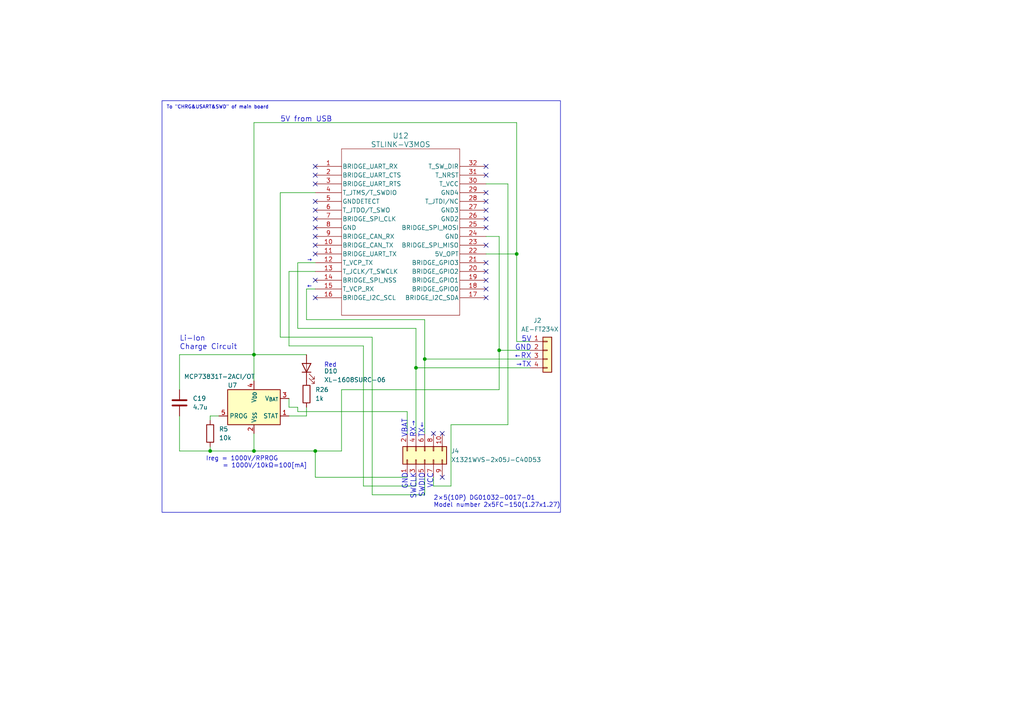
<source format=kicad_sch>
(kicad_sch (version 20231120) (generator "eeschema") (generator_version "8.0")
  (paper "A4")
  (lib_symbols
    (symbol "Battery_Management:MCP73831-2-OT"
      (property "Reference" "U" (at -7.62 6.35 0))
      (property "Value" "MCP73831-2-OT" (at 1.27 6.35 0))
      (symbol "MCP73831-2-OT_0_1"
        (rectangle (start -7.62 5.08) (end 7.62 -5.08) (stroke (width 0.254)) (fill (type background)))
      )
      (symbol "MCP73831-2-OT_1_1"
        (pin tri_state line (at 10.16 -2.54 180) (length 2.54) (name "STAT") (number "1"))
        (pin power_in line (at 0 -7.62 90) (length 2.54) (name "V_{SS}") (number "2"))
        (pin power_out line (at 10.16 2.54 180) (length 2.54) (name "V_{BAT}") (number "3"))
        (pin power_in line (at 0 7.62 270) (length 2.54) (name "V_{DD}") (number "4"))
        (pin input line (at -10.16 -2.54 0) (length 2.54) (name "PROG") (number "5"))
      )
    )
    (symbol "Connector_Generic:Conn_01x04" (pin_names (offset 1.016) hide)
      (property "Reference" "J" (at 0 5.08 0))
      (property "Value" "Conn_01x04" (at 0 -7.62 0))
      (symbol "Conn_01x04_1_1"
        (rectangle (start -1.27 -4.953) (end 0 -5.207) (stroke (width 0.1524)))
        (rectangle (start -1.27 -2.413) (end 0 -2.667) (stroke (width 0.1524)))
        (rectangle (start -1.27 0.127) (end 0 -0.127) (stroke (width 0.1524)))
        (rectangle (start -1.27 2.667) (end 0 2.413) (stroke (width 0.1524)))
        (rectangle (start -1.27 3.81) (end 1.27 -6.35) (stroke (width 0.254)) (fill (type background)))
        (pin passive line (at -5.08 2.54 0) (length 3.81) (name "Pin_1") (number "1"))
        (pin passive line (at -5.08 0 0) (length 3.81) (name "Pin_2") (number "2"))
        (pin passive line (at -5.08 -2.54 0) (length 3.81) (name "Pin_3") (number "3"))
        (pin passive line (at -5.08 -5.08 0) (length 3.81) (name "Pin_4") (number "4"))
      )
    )
    (symbol "Connector_Generic:Conn_02x05_Odd_Even" (pin_names (offset 1.016) hide)
      (property "Reference" "J" (at 1.27 7.62 0))
      (property "Value" "Conn_02x05_Odd_Even" (at 1.27 -7.62 0))
      (symbol "Conn_02x05_Odd_Even_1_1"
        (rectangle (start -1.27 -4.953) (end 0 -5.207) (stroke (width 0.1524)))
        (rectangle (start -1.27 -2.413) (end 0 -2.667) (stroke (width 0.1524)))
        (rectangle (start -1.27 0.127) (end 0 -0.127) (stroke (width 0.1524)))
        (rectangle (start -1.27 2.667) (end 0 2.413) (stroke (width 0.1524)))
        (rectangle (start -1.27 5.207) (end 0 4.953) (stroke (width 0.1524)))
        (rectangle (start -1.27 6.35) (end 3.81 -6.35) (stroke (width 0.254)) (fill (type background)))
        (rectangle (start 3.81 -4.953) (end 2.54 -5.207) (stroke (width 0.1524)))
        (rectangle (start 3.81 -2.413) (end 2.54 -2.667) (stroke (width 0.1524)))
        (rectangle (start 3.81 0.127) (end 2.54 -0.127) (stroke (width 0.1524)))
        (rectangle (start 3.81 2.667) (end 2.54 2.413) (stroke (width 0.1524)))
        (rectangle (start 3.81 5.207) (end 2.54 4.953) (stroke (width 0.1524)))
        (pin passive line (at -5.08 5.08 0) (length 3.81) (name "Pin_1") (number "1"))
        (pin passive line (at 7.62 -5.08 180) (length 3.81) (name "Pin_10") (number "10"))
        (pin passive line (at 7.62 5.08 180) (length 3.81) (name "Pin_2") (number "2"))
        (pin passive line (at -5.08 2.54 0) (length 3.81) (name "Pin_3") (number "3"))
        (pin passive line (at 7.62 2.54 180) (length 3.81) (name "Pin_4") (number "4"))
        (pin passive line (at -5.08 0 0) (length 3.81) (name "Pin_5") (number "5"))
        (pin passive line (at 7.62 0 180) (length 3.81) (name "Pin_6") (number "6"))
        (pin passive line (at -5.08 -2.54 0) (length 3.81) (name "Pin_7") (number "7"))
        (pin passive line (at 7.62 -2.54 180) (length 3.81) (name "Pin_8") (number "8"))
        (pin passive line (at -5.08 -5.08 0) (length 3.81) (name "Pin_9") (number "9"))
      )
    )
    (symbol "Device:C" (pin_numbers hide) (pin_names (offset 0.254))
      (property "Reference" "C" (at 0.635 2.54 0))
      (property "Value" "C" (at 0.635 -2.54 0))
      (symbol "C_0_1"
        (polyline (pts (xy -2.032 -0.762) (xy 2.032 -0.762)) (stroke (width 0.508)))
        (polyline (pts (xy -2.032 0.762) (xy 2.032 0.762)) (stroke (width 0.508)))
      )
      (symbol "C_1_1"
        (pin passive line (at 0 3.81 270) (length 2.794) (name "~") (number "1"))
        (pin passive line (at 0 -3.81 90) (length 2.794) (name "~") (number "2"))
      )
    )
    (symbol "Device:LED" (pin_numbers hide) (pin_names (offset 1.016) hide)
      (property "Reference" "D" (at 0 2.54 0))
      (property "Value" "LED" (at 0 -2.54 0))
      (symbol "LED_0_1"
        (polyline (pts (xy -1.27 -1.27) (xy -1.27 1.27)) (stroke (width 0.254)))
        (polyline (pts (xy -1.27 0) (xy 1.27 0)))
        (polyline (pts (xy 1.27 -1.27) (xy 1.27 1.27) (xy -1.27 0) (xy 1.27 -1.27)) (stroke (width 0.254)))
        (polyline (pts (xy -3.048 -0.762) (xy -4.572 -2.286) (xy -3.81 -2.286) (xy -4.572 -2.286) (xy -4.572 -1.524)))
        (polyline (pts (xy -1.778 -0.762) (xy -3.302 -2.286) (xy -2.54 -2.286) (xy -3.302 -2.286) (xy -3.302 -1.524)))
      )
      (symbol "LED_1_1"
        (pin passive line (at -3.81 0 0) (length 2.54) (name "K") (number "1"))
        (pin passive line (at 3.81 0 180) (length 2.54) (name "A") (number "2"))
      )
    )
    (symbol "Device:R" (pin_numbers hide) (pin_names (offset 0))
      (property "Reference" "R" (at 2.032 0 90))
      (property "Value" "R" (at 0 0 90))
      (symbol "R_0_1"
        (rectangle (start -1.016 -2.54) (end 1.016 2.54) (stroke (width 0.254)))
      )
      (symbol "R_1_1"
        (pin passive line (at 0 3.81 270) (length 1.27) (name "~") (number "1"))
        (pin passive line (at 0 -3.81 90) (length 1.27) (name "~") (number "2"))
      )
    )
    (symbol "STLINK-V3MOS:STLINK-V3MOS" (pin_names (offset 0.254))
      (property "Reference" "U" (at 0 30.48 0))
      (property "Value" "STLINK-V3MOS" (at 0 27.94 0))
      (symbol "STLINK-V3MOS_0_1"
        (polyline (pts (xy -17.78 -22.86) (xy 16.51 -22.86)) (stroke (width 0.127)))
        (polyline (pts (xy -17.78 25.4) (xy -17.78 -22.86)) (stroke (width 0.127)))
        (polyline (pts (xy 16.51 -22.86) (xy 16.51 25.4)) (stroke (width 0.127)))
        (polyline (pts (xy 16.51 25.4) (xy -17.78 25.4)) (stroke (width 0.127)))
        (pin unspecified line (at -25.4 20.32 0) (length 7.62) (name "BRIDGE_UART_RX") (number "1"))
        (pin unspecified line (at -25.4 -2.54 0) (length 7.62) (name "BRIDGE_CAN_TX") (number "10"))
        (pin unspecified line (at -25.4 -5.08 0) (length 7.62) (name "BRIDGE_UART_TX") (number "11"))
        (pin unspecified line (at -25.4 -12.7 0) (length 7.62) (name "BRIDGE_SPI_NSS") (number "14"))
        (pin bidirectional line (at -25.4 -17.78 0) (length 7.62) (name "BRIDGE_I2C_SCL") (number "16"))
        (pin bidirectional line (at 24.13 -17.78 180) (length 7.62) (name "BRIDGE_I2C_SDA") (number "17"))
        (pin bidirectional line (at 24.13 -15.24 180) (length 7.62) (name "BRIDGE_GPIO0") (number "18"))
        (pin bidirectional line (at 24.13 -12.7 180) (length 7.62) (name "BRIDGE_GPIO1") (number "19"))
        (pin unspecified line (at -25.4 17.78 0) (length 7.62) (name "BRIDGE_UART_CTS") (number "2"))
        (pin bidirectional line (at 24.13 -10.16 180) (length 7.62) (name "BRIDGE_GPIO2") (number "20"))
        (pin bidirectional line (at 24.13 -7.62 180) (length 7.62) (name "BRIDGE_GPIO3") (number "21"))
        (pin unspecified line (at 24.13 -2.54 180) (length 7.62) (name "BRIDGE_SPI_MISO") (number "23"))
        (pin power_out line (at 24.13 0 180) (length 7.62) (name "GND") (number "24"))
        (pin unspecified line (at 24.13 2.54 180) (length 7.62) (name "BRIDGE_SPI_MOSI") (number "25"))
        (pin power_out line (at 24.13 5.08 180) (length 7.62) (name "GND2") (number "26"))
        (pin power_out line (at 24.13 7.62 180) (length 7.62) (name "GND3") (number "27"))
        (pin unspecified line (at 24.13 10.16 180) (length 7.62) (name "T_JTDI/NC") (number "28"))
        (pin power_out line (at 24.13 12.7 180) (length 7.62) (name "GND4") (number "29"))
        (pin unspecified line (at -25.4 15.24 0) (length 7.62) (name "BRIDGE_UART_RTS") (number "3"))
        (pin unspecified line (at 24.13 17.78 180) (length 7.62) (name "T_NRST") (number "31"))
        (pin unspecified line (at 24.13 20.32 180) (length 7.62) (name "T_SW_DIR") (number "32"))
        (pin power_out line (at -25.4 10.16 0) (length 7.62) (name "GNDDETECT") (number "5"))
        (pin unspecified line (at -25.4 7.62 0) (length 7.62) (name "T_JTDO/T_SWO") (number "6"))
        (pin unspecified line (at -25.4 5.08 0) (length 7.62) (name "BRIDGE_SPI_CLK") (number "7"))
        (pin power_out line (at -25.4 2.54 0) (length 7.62) (name "GND") (number "8"))
        (pin unspecified line (at -25.4 0 0) (length 7.62) (name "BRIDGE_CAN_RX") (number "9"))
      )
      (symbol "STLINK-V3MOS_1_1"
        (pin input line (at -25.4 -7.62 0) (length 7.62) (name "T_VCP_TX") (number "12"))
        (pin output line (at -25.4 -10.16 0) (length 7.62) (name "T_JCLK/T_SWCLK") (number "13"))
        (pin output line (at -25.4 -15.24 0) (length 7.62) (name "T_VCP_RX") (number "15"))
        (pin power_out line (at 24.13 -5.08 180) (length 7.62) (name "5V_OPT") (number "22"))
        (pin input line (at 24.13 15.24 180) (length 7.62) (name "T_VCC") (number "30"))
        (pin bidirectional line (at -25.4 12.7 0) (length 7.62) (name "T_JTMS/T_SWDIO") (number "4"))
      )
    )
  )
  (junction (at 73.66 102.87))
  (junction (at 60.96 130.81))
  (junction (at 91.44 130.81))
  (junction (at 123.19 104.14))
  (junction (at 73.66 130.81))
  (junction (at 144.78 101.6))
  (junction (at 149.86 73.66))
  (junction (at 120.65 106.68))
  (no_connect (at 128.27 125.73))
  (no_connect (at 91.44 63.5))
  (no_connect (at 91.44 53.34))
  (no_connect (at 91.44 50.8))
  (no_connect (at 140.97 50.8))
  (no_connect (at 140.97 58.42))
  (no_connect (at 91.44 86.36))
  (no_connect (at 140.97 71.12))
  (no_connect (at 91.44 48.26))
  (no_connect (at 140.97 66.04))
  (no_connect (at 128.27 138.43))
  (no_connect (at 91.44 71.12))
  (no_connect (at 140.97 83.82))
  (no_connect (at 91.44 66.04))
  (no_connect (at 140.97 63.5))
  (no_connect (at 91.44 81.28))
  (no_connect (at 91.44 73.66))
  (no_connect (at 125.73 125.73))
  (no_connect (at 91.44 58.42))
  (no_connect (at 140.97 60.96))
  (no_connect (at 140.97 48.26))
  (no_connect (at 140.97 81.28))
  (no_connect (at 140.97 55.88))
  (no_connect (at 140.97 78.74))
  (no_connect (at 140.97 86.36))
  (no_connect (at 91.44 68.58))
  (no_connect (at 140.97 76.2))
  (no_connect (at 91.44 60.96))
  (wire (pts (xy 83.82 118.11) (xy 83.82 115.57)))
  (wire (pts (xy 99.06 130.81) (xy 91.44 130.81)))
  (wire (pts (xy 120.65 140.97) (xy 120.65 138.43)))
  (wire (pts (xy 123.19 92.71) (xy 123.19 104.14)))
  (wire (pts (xy 52.07 120.65) (xy 52.07 130.81)))
  (wire (pts (xy 81.28 55.88) (xy 81.28 97.79)))
  (wire (pts (xy 86.36 118.11) (xy 83.82 118.11)))
  (wire (pts (xy 73.66 35.56) (xy 73.66 102.87)))
  (wire (pts (xy 60.96 130.81) (xy 73.66 130.81)))
  (wire (pts (xy 60.96 120.65) (xy 63.5 120.65)))
  (wire (pts (xy 120.65 95.25) (xy 120.65 106.68)))
  (wire (pts (xy 130.81 123.19) (xy 130.81 140.97)))
  (wire (pts (xy 88.9 120.65) (xy 88.9 118.11)))
  (wire (pts (xy 86.36 76.2) (xy 91.44 76.2)))
  (wire (pts (xy 73.66 102.87) (xy 73.66 110.49)))
  (wire (pts (xy 73.66 125.73) (xy 73.66 130.81)))
  (wire (pts (xy 118.11 138.43) (xy 91.44 138.43)))
  (wire (pts (xy 60.96 130.81) (xy 60.96 129.54)))
  (wire (pts (xy 149.86 99.06) (xy 153.67 99.06)))
  (wire (pts (xy 86.36 119.38) (xy 86.36 118.11)))
  (wire (pts (xy 60.96 120.65) (xy 60.96 121.92)))
  (wire (pts (xy 140.97 68.58) (xy 144.78 68.58)))
  (wire (pts (xy 52.07 130.81) (xy 60.96 130.81)))
  (wire (pts (xy 88.9 92.71) (xy 123.19 92.71)))
  (wire (pts (xy 107.95 97.79) (xy 107.95 143.51)))
  (wire (pts (xy 118.11 119.38) (xy 118.11 125.73)))
  (wire (pts (xy 73.66 130.81) (xy 91.44 130.81)))
  (wire (pts (xy 140.97 73.66) (xy 149.86 73.66)))
  (wire (pts (xy 120.65 106.68) (xy 153.67 106.68)))
  (wire (pts (xy 144.78 101.6) (xy 153.67 101.6)))
  (wire (pts (xy 88.9 83.82) (xy 88.9 92.71)))
  (wire (pts (xy 130.81 140.97) (xy 125.73 140.97)))
  (wire (pts (xy 120.65 95.25) (xy 86.36 95.25)))
  (wire (pts (xy 83.82 100.33) (xy 105.41 100.33)))
  (wire (pts (xy 88.9 102.87) (xy 73.66 102.87)))
  (wire (pts (xy 123.19 143.51) (xy 123.19 138.43)))
  (wire (pts (xy 73.66 35.56) (xy 149.86 35.56)))
  (wire (pts (xy 144.78 101.6) (xy 144.78 113.03)))
  (wire (pts (xy 52.07 102.87) (xy 73.66 102.87)))
  (wire (pts (xy 91.44 55.88) (xy 81.28 55.88)))
  (wire (pts (xy 107.95 143.51) (xy 123.19 143.51)))
  (wire (pts (xy 147.32 53.34) (xy 147.32 123.19)))
  (wire (pts (xy 107.95 97.79) (xy 81.28 97.79)))
  (wire (pts (xy 91.44 138.43) (xy 91.44 130.81)))
  (wire (pts (xy 123.19 104.14) (xy 123.19 125.73)))
  (wire (pts (xy 52.07 102.87) (xy 52.07 113.03)))
  (wire (pts (xy 105.41 100.33) (xy 105.41 140.97)))
  (wire (pts (xy 147.32 53.34) (xy 140.97 53.34)))
  (wire (pts (xy 130.81 123.19) (xy 147.32 123.19)))
  (wire (pts (xy 83.82 78.74) (xy 91.44 78.74)))
  (wire (pts (xy 125.73 140.97) (xy 125.73 138.43)))
  (wire (pts (xy 144.78 68.58) (xy 144.78 101.6)))
  (wire (pts (xy 118.11 119.38) (xy 86.36 119.38)))
  (wire (pts (xy 83.82 120.65) (xy 88.9 120.65)))
  (wire (pts (xy 86.36 76.2) (xy 86.36 95.25)))
  (wire (pts (xy 120.65 106.68) (xy 120.65 125.73)))
  (wire (pts (xy 88.9 83.82) (xy 91.44 83.82)))
  (wire (pts (xy 149.86 99.06) (xy 149.86 73.66)))
  (wire (pts (xy 105.41 140.97) (xy 120.65 140.97)))
  (wire (pts (xy 99.06 113.03) (xy 99.06 130.81)))
  (wire (pts (xy 83.82 100.33) (xy 83.82 78.74)))
  (wire (pts (xy 144.78 113.03) (xy 99.06 113.03)))
  (wire (pts (xy 149.86 35.56) (xy 149.86 73.66)))
  (wire (pts (xy 153.67 104.14) (xy 123.19 104.14)))
  (rectangle (start 46.99 29.21) (end 162.56 148.59))
  (text "←" (at 88.9 83.82 0) (effects (font (size 1.27 1.27)) (justify left bottom)))
  (text "GND\nSWCLK\nSWDIO\nVCC" (at 125.73 137.16 90) (effects (font (size 1.524 1.524)) (justify right bottom)))
  (text "Ireg = 1000V/RPROG\n     = 1000V/10kΩ=100[mA]" (at 59.69 135.89 0) (effects (font (size 1.27 1.27)) (justify left bottom)))
  (text "5V\nGND\n←RX\n→TX" (at 154.178 106.68 0) (effects (font (size 1.524 1.524)) (justify right bottom)))
  (text "Red" (at 93.98 106.68 0) (effects (font (size 1.27 1.27)) (justify left bottom)))
  (text "5V from USB" (at 81.28 35.56 0) (effects (font (size 1.524 1.524)) (justify left bottom)))
  (text "VBAT\nRX→\nTX←\n" (at 123.19 127 90) (effects (font (size 1.524 1.524)) (justify left bottom)))
  (text "→" (at 88.9 76.2 0) (effects (font (size 1.27 1.27)) (justify left bottom)))
  (text "2×5(10P) DG01032-0017-01\nModel number 2x5FC-150(1.27x1.27)" (at 125.73 147.32 0) (effects (font (size 1.27 1.27)) (justify left bottom)))
  (text "Li-Ion\nCharge Circuit" (at 52.07 101.6 0) (effects (font (size 1.524 1.524)) (justify left bottom)))
  (text "To \"CHRG&USART&SWD\" of main board" (at 48.26 31.75 0) (effects (font (size 0.9906 0.9906)) (justify left bottom)))
  (symbol (lib_id "Battery_Management:MCP73831-2-OT") (at 73.66 118.11 0) (unit 1) (exclude_from_sim yes)
    (property "Reference" "U7" (at 66.04 111.76 0) (effects (justify left)))
    (property "Value" "MCP73831T-2ACI/OT" (at 53.34 109.22 0) (effects (justify left)))
    (property "Footprint" "Package_TO_SOT_SMD:SOT-23-5" (effects (hide yes)))
    (property "Datasheet" "http://ww1.microchip.com/downloads/en/DeviceDoc/20001984g.pdf" (effects (hide yes)))
    (property "Description" "Single cell, Li-Ion/Li-Po charge management controller, 4.20V, Tri-State Status Output, in SOT23-5 package" (effects (hide yes)))
    (property "Link" "https://www.digikey.jp/short/4tn83pft" (effects (hide yes)))
    (property "PartNumber" "MCP73831T-2ACI/OT" (effects (hide yes)))
  )
  (symbol (lib_id "STLINK-V3MOS:STLINK-V3MOS") (at 116.84 68.58 0) (unit 1) (exclude_from_sim yes)
    (property "Reference" "U12" (at 116.205 39.37 0) (effects (font (size 1.524 1.524))))
    (property "Value" "STLINK-V3MOS" (at 116.205 41.91 0) (effects (font (size 1.524 1.524))))
    (property "Footprint" "STLINK-V3MOS:mod_stlink-v3m_mb1467" (effects (hide yes)))
    (property "Datasheet" "https://www.st.com/resource/en/user_manual/um2502-stlinkv3mods-and-stlinkv3mini-debuggerprogrammer-tiny-probes-for-stm32-microcontrollers-stmicroelectronics.pdf" (effects (hide yes)))
    (property "PartNumber" "STLINK-V3MODS" (effects (hide yes)))
    (property "Link" "https://www.digikey.jp/short/mr74wj20" (effects (hide yes)))
  )
  (symbol (lib_id "Device:LED") (at 88.9 106.68 90) (unit 1) (exclude_from_sim yes)
    (property "Reference" "D10" (at 93.98 107.6325 90) (effects (justify right)))
    (property "Value" "XL-1608SURC-06" (at 93.98 110.1725 90) (effects (justify right)))
    (property "Footprint" "LED_SMD:LED_0603_1608Metric" (effects (hide yes)))
    (property "PartNumber" "HSMS-C190" (effects (hide yes)))
    (property "Link" "https://www.digikey.jp/short/bprcfn3f" (effects (hide yes)))
    (property "LCSC Part #" "XL-1608SURC-06" (effects (hide yes)))
  )
  (symbol (lib_id "Device:R") (at 88.9 114.3 180) (unit 1)
    (property "Reference" "R26" (at 91.44 113.03 0) (effects (justify right)))
    (property "Value" "1k" (at 91.44 115.57 0) (effects (justify right)))
    (property "Footprint" "Resistor_SMD:R_0402_1005Metric" (effects (hide yes)))
    (property "PartNumber" "RC0402FR-071KL" (effects (hide yes)))
    (property "Link" "https://www.digikey.jp/short/82nrqjd4" (effects (hide yes)))
  )
  (symbol (lib_id "Connector_Generic:Conn_02x05_Odd_Even") (at 123.19 133.35 90) (unit 1) (exclude_from_sim yes)
    (property "Reference" "J4" (at 130.81 130.81 90) (effects (justify right)))
    (property "Value" "X1321WVS-2x05J-C40D53" (at 130.81 133.35 90) (effects (justify right)))
    (property "Footprint" "Connector_PinHeader_1.27mm:PinHeader_2x05_P1.27mm_Vertical_SMD" (effects (hide yes)))
    (property "PartNumber" "BD125-10-A-0305-0580-L-B" (effects (hide yes)))
    (property "Link" "https://www.digikey.jp/short/3v25zzt9" (effects (hide yes)))
    (property "LCSC Part #" "X1321WVS-2x05J-C40D53" (effects (hide yes)))
  )
  (symbol (lib_id "Connector_Generic:Conn_01x04") (at 158.75 101.6 0) (unit 1)
    (property "Reference" "J2" (at 154.686 92.964 0) (effects (justify left)))
    (property "Value" "AE-FT234X" (at 151.13 95.504 0) (effects (justify left)))
    (property "Footprint" "Connector_PinSocket_2.54mm:PinSocket_1x04_P2.54mm_Vertical" (effects (hide yes)))
    (property "Description" "Generic connector, single row, 01x04, script generated (kicad-library-utils/schlib/autogen/connector/)" (effects (hide yes)))
  )
  (symbol (lib_id "Device:R") (at 60.96 125.73 0) (unit 1)
    (property "Reference" "R5" (at 63.5 124.46 0) (effects (justify left)))
    (property "Value" "10k" (at 63.5 127 0) (effects (justify left)))
    (property "Footprint" "Resistor_SMD:R_0402_1005Metric_Pad0.72x0.64mm_HandSolder" (effects (hide yes)))
    (property "PartNumber" "RC1005F103CS" (effects (hide yes)))
    (property "Link" "https://www.digikey.jp/short/rj3rq8wd" (effects (hide yes)))
    (instances (project "Zirconia" (path "" (reference "R5") (unit 1))) (project "Zirconia_v.2.0" (path "" (reference "R27") (unit 1))))
  )
  (symbol (lib_id "Device:C") (at 52.07 116.84 0) (unit 1)
    (property "Reference" "C19" (at 55.88 115.57 0) (effects (justify left)))
    (property "Value" "4.7u" (at 55.88 118.11 0) (effects (justify left)))
    (property "Footprint" "Capacitor_SMD:C_0402_1005Metric" (effects (hide yes)))
    (property "PartNumber" "C1005X5R1A475K050BC" (effects (hide yes)))
    (property "Link" "https://www.digikey.jp/short/ptjhrpt7" (effects (hide yes)))
  )
)
</source>
